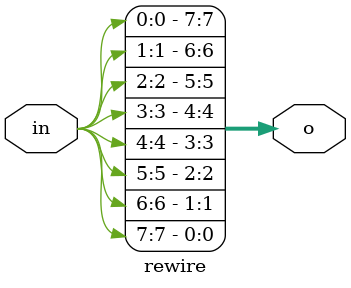
<source format=v>

module RR(
output [50:0] o_CS,        output [31:0] o_imm,       output [31:0] o_disp,     
output [1:0]  o_immSize,   output [1:0]  o_dispSize,  output        o_isSIB,
output [1:0]  o_scale,     output        o_baseRen,   output        o_idxRen,
output [31:0] o_nEIP,      output [31:0] o_EIP,       output [31:0] o_bp_tgt,    
output [7:0]  o_imm8,      output [1:0]  o_opSize,    output [2:0]  o_sr1,       
output [2:0]  o_sr2,       output [2:0]  o_base,      output [2:0]  o_idx,
output [2:0]  o_SegR1,     output [2:0]  o_SegR2,     output        o_bp_taken,  
output        o_indir,     output        o_Dflag,     output [3:0]  o_brFetchId,
output        o_v,         
/*i_CS,         i_imm,      i_disp,      
i_immSize,      i_dispSize, i_SIB,
i_scale,        i_baseRen,  i_idxRen,
i_nEIP,         i_EIP,      i_bp_tgt,    
i_imm8,         i_opSize,   i_sr1,
i_sr2,          i_base,     i_idx,
i_segR1,        i_segR2,    i_bp_taken,
i_indir_addr,   i_Dflag,    i_br_fetch_id, 
i_v */

input [266:0] in, input clk, input rst, input stall, input inv);

wire [266:0] o;

inv1$ i1(nstall, stall);
or2$ o2(write, nstall, inv);
regn #(267) rr(in, clk, rst, write, o);

wire [61:0] cs;
assign cs[61:59] = o[266:264];
rewire #(59) rw(o[263:205], cs[58:0]); 

assign o_CS        = {cs[61:20],cs[18:16],cs[14:12],cs[8:7],cs[3]};
assign o_imm       = o[204:173];        
assign o_disp      = o[172:141];        
assign o_immSize   = o[140:139];        
assign o_dispSize  = o[138:137];        
assign o_isSIB     = o[136:136];        
assign o_scale     = o[135:134];      
assign o_baseRen   = o[133:133];       
assign o_idxRen    = o[132:132];      
assign o_nEIP      = o[131:100];      
assign o_EIP       = o[099:068];
assign o_bp_tgt    = o[067:036];    
assign o_imm8      = o[035:028];  
assign o_opSize    = o[027:026];
assign o_sr1       = o[025:023];       
assign o_sr2       = o[022:020];       
assign o_base      = o[019:017];     
assign o_idx       = o[016:014];     
assign o_SegR1     = o[013:011];     
assign o_SegR2     = o[010:008];     
assign o_bp_taken  = o[007:007];  
assign o_indir     = o[006:006];
assign o_Dflag     = o[005:005];  
assign o_brFetchId = o[004:001];   
assign o_v         = o[000:000]; 

endmodule

module rewire #(parameter N = 8) (input [N-1:0] in, output [N-1:0] o);
	genvar i;
	generate
		for(i=0;i<N;i=i+1) begin : inv
			assign o[N-i-1] = in[i];
		end
	endgenerate
endmodule
</source>
